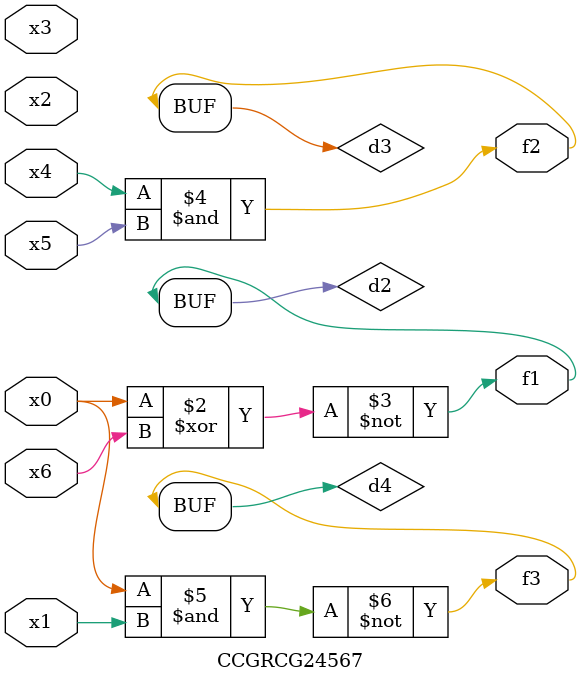
<source format=v>
module CCGRCG24567(
	input x0, x1, x2, x3, x4, x5, x6,
	output f1, f2, f3
);

	wire d1, d2, d3, d4;

	nor (d1, x0);
	xnor (d2, x0, x6);
	and (d3, x4, x5);
	nand (d4, x0, x1);
	assign f1 = d2;
	assign f2 = d3;
	assign f3 = d4;
endmodule

</source>
